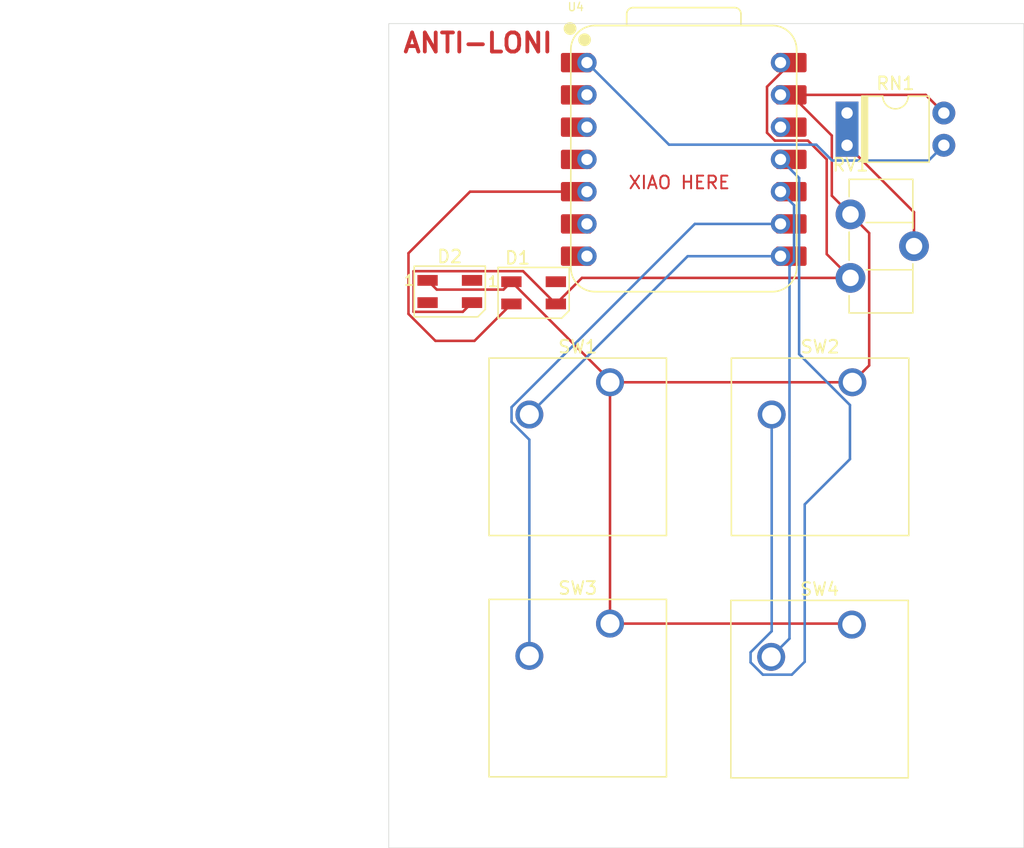
<source format=kicad_pcb>
(kicad_pcb (version 20241229) (generator "pcbnew") (generator_version "9.0")
  (layers (0 "F.Cu" signal) (2 "B.Cu" signal) (13 "F.Paste" user) (15 "B.Paste" user) (5 "F.SilkS" user "F.Silkscreen") (7 "B.SilkS" user "B.Silkscreen") (1 "F.Mask" user) (3 "B.Mask" user) (25 "Edge.Cuts" user))
  (net 0 "")
  (net 1 "+5V")
  (net 3 "Net-(D1-DIN)")
  (net 4 "GND")
  (net 7 "Net-(U1-GPIO1{slash}RX)")
  (net 8 "Net-(U1-GPIO3{slash}MOSI)")
  (net 9 "Net-(U1-GPIO2{slash}SCK)")
  (net 10 "Net-(U1-GPIO4{slash}MISO)")
  (net 15 "Net-(U1-GPIO26{slash}ADC0{slash}A0)")
  (net 18 "Net-(RN1-Pad1)")
  (footprint "Button_Switch_Keyboard:SW_Cherry_MX_1.00u_PCB" (layer "F.Cu") (at 98.96 100.92)
    (property "Reference" "SW4" (at -2.54 -2.794 0) (layer "F.SilkS"))
    (property "Value" "SW_Push")
    (fp_line (start -9.525 -1.905) (end 4.445 -1.905) (stroke (width 0.12)) (layer "F.SilkS"))
    (fp_line (start -9.525 12.065) (end -9.525 -1.905) (stroke (width 0.12)) (layer "F.SilkS"))
    (fp_line (start 4.445 -1.905) (end 4.445 12.065) (stroke (width 0.12)) (layer "F.SilkS"))
    (fp_line (start 4.445 12.065) (end -9.525 12.065) (stroke (width 0.12)) (layer "F.SilkS"))
    (pad "" np_thru_hole circle (at -7.62 5.08) (size 1.7 1.7) (drill 1.7) (layers "*.Cu" "*.Mask"))
    (pad "" np_thru_hole circle (at -2.54 5.08) (size 4 4) (drill 4) (layers "*.Cu" "*.Mask"))
    (pad "" np_thru_hole circle (at 2.54 5.08) (size 1.7 1.7) (drill 1.7) (layers "*.Cu" "*.Mask"))
    (pad "1" thru_hole circle (at 0 0) (size 2.2 2.2) (drill 1.5) (layers "*.Cu" "*.Mask") (net 4 "GND"))
    (pad "2" thru_hole circle (at -6.35 2.54) (size 2.2 2.2) (drill 1.5) (layers "*.Cu" "*.Mask") (net 10 "Net-(U1-GPIO4{slash}MISO)"))
  )
  (footprint "LED_SMD:LED_SK6812MINI_PLCC4_3.5x3.5mm_P1.75mm" (layer "F.Cu") (at 73.906249 74.798999)
    (property "Reference" "D1" (at -1.2625 -2.75 0) (layer "F.SilkS"))
    (property "Value" "SK6812")
    (fp_line (start -2.8 -2) (end -2.8 2) (stroke (width 0.12)) (layer "F.SilkS"))
    (fp_line (start -2.8 -2) (end 2.8 -2) (stroke (width 0.12)) (layer "F.SilkS"))
    (fp_line (start -2.8 2) (end 2.2 2) (stroke (width 0.12)) (layer "F.SilkS"))
    (fp_line (start 2.8 1.4) (end 2.2 2) (stroke (width 0.12)) (layer "F.SilkS"))
    (fp_line (start 2.8 1.4) (end 2.8 -2) (stroke (width 0.12)) (layer "F.SilkS"))
    (fp_text user "1" (at -3.2 -0.875 0) (layer "F.SilkS") (effects (font (size 0.8 0.8))))
    (pad "1" smd rect (at -1.75 -0.875) (size 1.6 0.85) (layers "F.Cu" "F.Mask" "F.Paste") (net 4 "GND"))
    (pad "2" smd rect (at -1.75 0.875) (size 1.6 0.85) (layers "F.Cu" "F.Mask" "F.Paste") (net 3 "Net-(D1-DIN)"))
    (pad "3" smd rect (at 1.75 0.875) (size 1.6 0.85) (layers "F.Cu" "F.Mask" "F.Paste") (net 1 "+5V"))
    (pad "4" smd rect (at 1.75 -0.875) (size 1.6 0.85) (layers "F.Cu" "F.Mask" "F.Paste"))
  )
  (footprint "Package_DIP:Vishay_HVM-DIP-3_W7.62mm" (layer "F.Cu") (at 98.58375 60.6425)
    (property "Reference" "RN1" (at 3.81 -2.33 0) (layer "F.SilkS"))
    (property "Value" "VoltageDivider")
    (fp_line (start 1.16 -1.33) (end 1.16 3.87) (stroke (width 0.12)) (layer "F.SilkS"))
    (fp_line (start 1.16 3.87) (end 6.46 3.87) (stroke (width 0.12)) (layer "F.SilkS"))
    (fp_line (start 1.21 3.87) (end 1.21 -1.33) (stroke (width 0.12)) (layer "F.SilkS"))
    (fp_line (start 1.31 -1.33) (end 1.31 3.87) (stroke (width 0.12)) (layer "F.SilkS"))
    (fp_line (start 1.4 -1.3) (end 1.4 3.8) (stroke (width 0.12)) (layer "F.SilkS"))
    (fp_line (start 1.51 -1.33) (end 1.51 3.87) (stroke (width 0.12)) (layer "F.SilkS"))
    (fp_line (start 1.61 3.87) (end 1.61 -1.33) (stroke (width 0.12)) (layer "F.SilkS"))
    (fp_line (start 2.81 -1.33) (end 1.16 -1.33) (stroke (width 0.12)) (layer "F.SilkS"))
    (fp_line (start 6.46 -1.33) (end 4.81 -1.33) (stroke (width 0.12)) (layer "F.SilkS"))
    (fp_line (start 6.46 3.87) (end 6.46 -1.33) (stroke (width 0.12)) (layer "F.SilkS"))
    (fp_arc (start 4.81 -1.33) (mid 3.81 -0.33) (end 2.81 -1.33) (stroke (width 0.12)) (layer "F.SilkS"))
    (pad "1" thru_hole rect (at 0 0) (size 1.8 1.8) (drill 0.9) (layers "*.Cu" "*.Mask") (net 18 "Net-(RN1-Pad1)"))
    (pad "1" thru_hole rect (at 0 2.54) (size 1.8 2.8) (drill 0.9 (offset 0 -0.5)) (layers "*.Cu" "*.Mask") (net 18 "Net-(RN1-Pad1)"))
    (pad "2" thru_hole oval (at 7.62 2.54) (size 1.8 1.8) (drill 0.9) (layers "*.Cu" "*.Mask") (net 15 "Net-(U1-GPIO26{slash}ADC0{slash}A0)"))
    (pad "3" thru_hole oval (at 7.62 0) (size 1.8 1.8) (drill 0.9) (layers "*.Cu" "*.Mask") (net 4 "GND"))
  )
  (footprint "LED_SMD:LED_SK6812MINI_PLCC4_3.5x3.5mm_P1.75mm" (layer "F.Cu") (at 67.30625 74.69375)
    (property "Reference" "D2" (at 0 -2.75 0) (layer "F.SilkS"))
    (property "Value" "SK6812")
    (fp_line (start -2.8 -2) (end -2.8 2) (stroke (width 0.12)) (layer "F.SilkS"))
    (fp_line (start -2.8 -2) (end 2.8 -2) (stroke (width 0.12)) (layer "F.SilkS"))
    (fp_line (start -2.8 2) (end 2.2 2) (stroke (width 0.12)) (layer "F.SilkS"))
    (fp_line (start 2.8 1.4) (end 2.2 2) (stroke (width 0.12)) (layer "F.SilkS"))
    (fp_line (start 2.8 1.4) (end 2.8 -2) (stroke (width 0.12)) (layer "F.SilkS"))
    (fp_text user "1" (at -3.2 -0.875 0) (layer "F.SilkS") (effects (font (size 0.8 0.8))))
    (pad "1" smd rect (at -1.75 -0.875) (size 1.6 0.85) (layers "F.Cu" "F.Mask" "F.Paste") (net 4 "GND"))
    (pad "2" smd rect (at -1.75 0.875) (size 1.6 0.85) (layers "F.Cu" "F.Mask" "F.Paste"))
    (pad "3" smd rect (at 1.75 0.875) (size 1.6 0.85) (layers "F.Cu" "F.Mask" "F.Paste") (net 1 "+5V"))
    (pad "4" smd rect (at 1.75 -0.875) (size 1.6 0.85) (layers "F.Cu" "F.Mask" "F.Paste"))
  )
  (footprint "OPL lib:XIAO-RP2040-DIP" (layer "F.Cu") (at 85.725 64.29375)
    (property "Reference" "U4" (at -8.5 -12 0) (layer "F.SilkS") (effects (font (size 0.635 0.635) (thickness 0.1016))))
    (property "Value" "XIAO-RP2040-DIP")
    (fp_line (start -8.89 8.509) (end -8.89 -8.636) (stroke (width 0.127)) (layer "F.SilkS"))
    (fp_line (start -6.985 10.414) (end 6.985 10.414) (stroke (width 0.127)) (layer "F.SilkS"))
    (fp_line (start -4.495 -10.541) (end -4.491272 -11.451272) (stroke (width 0.127)) (layer "F.SilkS"))
    (fp_line (start -3.991272 -11.951) (end 4.004 -11.951) (stroke (width 0.127)) (layer "F.SilkS"))
    (fp_line (start 4.504 -11.451) (end 4.504 -10.541) (stroke (width 0.127)) (layer "F.SilkS"))
    (fp_line (start 6.985 -10.541) (end -6.985 -10.541) (stroke (width 0.1)) (layer "F.SilkS"))
    (fp_line (start 6.985 -10.541) (end -6.985 -10.541) (stroke (width 0.127)) (layer "F.SilkS"))
    (fp_line (start 8.89 8.509) (end 8.89 -8.636) (stroke (width 0.127)) (layer "F.SilkS"))
    (fp_arc (start -8.89 -8.636) (mid -8.332038 -9.983038) (end -6.985 -10.541) (stroke (width 0.127)) (layer "F.SilkS"))
    (fp_arc (start -6.985 10.414) (mid -8.332038 9.856038) (end -8.89 8.509) (stroke (width 0.127)) (layer "F.SilkS"))
    (fp_arc (start -4.491272 -11.451272) (mid -4.344728 -11.80464) (end -3.991272 -11.951) (stroke (width 0.127)) (layer "F.SilkS"))
    (fp_arc (start 4.004 -11.951) (mid 4.357553 -11.804553) (end 4.504 -11.451) (stroke (width 0.127)) (layer "F.SilkS"))
    (fp_arc (start 6.985 -10.541) (mid 8.332038 -9.983038) (end 8.89 -8.636) (stroke (width 0.127)) (layer "F.SilkS"))
    (fp_arc (start 8.89 8.509) (mid 8.332038 9.856038) (end 6.985 10.414) (stroke (width 0.127)) (layer "F.SilkS"))
    (fp_circle (center -8.95 -10.3) (end -8.95 -10.554) (stroke (width 0.5)) (fill yes) (layer "F.SilkS"))
    (fp_circle (center -7.807 -9.42) (end -7.807 -9.674) (stroke (width 0.5)) (fill yes) (layer "F.SilkS"))
    (pad "1" smd roundrect (at -8.455 -7.62 180) (size 2.432 1.524) (layers "F.Cu" "F.Mask") (roundrect_rratio 0.1) (net 15 "Net-(U1-GPIO26{slash}ADC0{slash}A0)"))
    (pad "1" thru_hole circle (at -7.62 -7.62 180) (size 1.524 1.524) (drill 0.889) (layers "*.Cu" "*.Mask") (net 15 "Net-(U1-GPIO26{slash}ADC0{slash}A0)"))
    (pad "2" smd roundrect (at -8.455 -5.08 180) (size 2.432 1.524) (layers "F.Cu" "F.Mask") (roundrect_rratio 0.1))
    (pad "2" thru_hole circle (at -7.62 -5.08 180) (size 1.524 1.524) (drill 0.889) (layers "*.Cu" "*.Mask"))
    (pad "3" smd roundrect (at -8.455 -2.54 180) (size 2.432 1.524) (layers "F.Cu" "F.Mask") (roundrect_rratio 0.1))
    (pad "3" thru_hole circle (at -7.62 -2.54 180) (size 1.524 1.524) (drill 0.889) (layers "*.Cu" "*.Mask"))
    (pad "4" smd roundrect (at -8.455 0 180) (size 2.432 1.524) (layers "F.Cu" "F.Mask") (roundrect_rratio 0.1))
    (pad "4" thru_hole circle (at -7.62 0 180) (size 1.524 1.524) (drill 0.889) (layers "*.Cu" "*.Mask"))
    (pad "5" smd roundrect (at -8.455 2.54 180) (size 2.432 1.524) (layers "F.Cu" "F.Mask") (roundrect_rratio 0.1) (net 3 "Net-(D1-DIN)"))
    (pad "5" thru_hole circle (at -7.62 2.54 180) (size 1.524 1.524) (drill 0.889) (layers "*.Cu" "*.Mask") (net 3 "Net-(D1-DIN)"))
    (pad "6" smd roundrect (at -8.455 5.08 180) (size 2.432 1.524) (layers "F.Cu" "F.Mask") (roundrect_rratio 0.1))
    (pad "6" thru_hole circle (at -7.62 5.08 180) (size 1.524 1.524) (drill 0.889) (layers "*.Cu" "*.Mask"))
    (pad "7" smd roundrect (at -8.455 7.62 180) (size 2.432 1.524) (layers "F.Cu" "F.Mask") (roundrect_rratio 0.1))
    (pad "7" thru_hole circle (at -7.62 7.62 180) (size 1.524 1.524) (drill 0.889) (layers "*.Cu" "*.Mask"))
    (pad "8" thru_hole circle (at 7.62 7.62) (size 1.524 1.524) (drill 0.889) (layers "*.Cu" "*.Mask") (net 7 "Net-(U1-GPIO1{slash}RX)"))
    (pad "8" smd roundrect (at 8.455 7.62) (size 2.432 1.524) (layers "F.Cu" "F.Mask") (roundrect_rratio 0.1) (net 7 "Net-(U1-GPIO1{slash}RX)"))
    (pad "9" thru_hole circle (at 7.62 5.08) (size 1.524 1.524) (drill 0.889) (layers "*.Cu" "*.Mask") (net 9 "Net-(U1-GPIO2{slash}SCK)"))
    (pad "9" smd roundrect (at 8.455 5.08) (size 2.432 1.524) (layers "F.Cu" "F.Mask") (roundrect_rratio 0.1) (net 9 "Net-(U1-GPIO2{slash}SCK)"))
    (pad "10" thru_hole circle (at 7.62 2.54) (size 1.524 1.524) (drill 0.889) (layers "*.Cu" "*.Mask") (net 10 "Net-(U1-GPIO4{slash}MISO)"))
    (pad "10" smd roundrect (at 8.455 2.54) (size 2.432 1.524) (layers "F.Cu" "F.Mask") (roundrect_rratio 0.1) (net 10 "Net-(U1-GPIO4{slash}MISO)"))
    (pad "11" thru_hole circle (at 7.62 0) (size 1.524 1.524) (drill 0.889) (layers "*.Cu" "*.Mask") (net 8 "Net-(U1-GPIO3{slash}MOSI)"))
    (pad "11" smd roundrect (at 8.455 0) (size 2.432 1.524) (layers "F.Cu" "F.Mask") (roundrect_rratio 0.1) (net 8 "Net-(U1-GPIO3{slash}MOSI)"))
    (pad "12" thru_hole circle (at 7.62 -2.54) (size 1.524 1.524) (drill 0.889) (layers "*.Cu" "*.Mask"))
    (pad "12" smd roundrect (at 8.455 -2.54) (size 2.432 1.524) (layers "F.Cu" "F.Mask") (roundrect_rratio 0.1))
    (pad "13" thru_hole circle (at 7.62 -5.08) (size 1.524 1.524) (drill 0.889) (layers "*.Cu" "*.Mask") (net 4 "GND"))
    (pad "13" smd roundrect (at 8.455 -5.08) (size 2.432 1.524) (layers "F.Cu" "F.Mask") (roundrect_rratio 0.1) (net 4 "GND"))
    (pad "14" thru_hole circle (at 7.62 -7.62) (size 1.524 1.524) (drill 0.889) (layers "*.Cu" "*.Mask") (net 1 "+5V"))
    (pad "14" smd roundrect (at 8.455 -7.62) (size 2.432 1.524) (layers "F.Cu" "F.Mask") (roundrect_rratio 0.1) (net 1 "+5V"))
  )
  (footprint "Button_Switch_Keyboard:SW_Cherry_MX_1.00u_PCB" (layer "F.Cu") (at 79.92 81.84)
    (property "Reference" "SW1" (at -2.54 -2.794 0) (layer "F.SilkS"))
    (property "Value" "SW_Push")
    (fp_line (start -9.525 -1.905) (end 4.445 -1.905) (stroke (width 0.12)) (layer "F.SilkS"))
    (fp_line (start -9.525 12.065) (end -9.525 -1.905) (stroke (width 0.12)) (layer "F.SilkS"))
    (fp_line (start 4.445 -1.905) (end 4.445 12.065) (stroke (width 0.12)) (layer "F.SilkS"))
    (fp_line (start 4.445 12.065) (end -9.525 12.065) (stroke (width 0.12)) (layer "F.SilkS"))
    (pad "" np_thru_hole circle (at -7.62 5.08) (size 1.7 1.7) (drill 1.7) (layers "*.Cu" "*.Mask"))
    (pad "" np_thru_hole circle (at -2.54 5.08) (size 4 4) (drill 4) (layers "*.Cu" "*.Mask"))
    (pad "" np_thru_hole circle (at 2.54 5.08) (size 1.7 1.7) (drill 1.7) (layers "*.Cu" "*.Mask"))
    (pad "1" thru_hole circle (at 0 0) (size 2.2 2.2) (drill 1.5) (layers "*.Cu" "*.Mask") (net 4 "GND"))
    (pad "2" thru_hole circle (at -6.35 2.54) (size 2.2 2.2) (drill 1.5) (layers "*.Cu" "*.Mask") (net 7 "Net-(U1-GPIO1{slash}RX)"))
  )
  (footprint "Button_Switch_Keyboard:SW_Cherry_MX_1.00u_PCB" (layer "F.Cu") (at 99 81.84)
    (property "Reference" "SW2" (at -2.54 -2.794 0) (layer "F.SilkS"))
    (property "Value" "SW_Push")
    (fp_line (start -9.525 -1.905) (end 4.445 -1.905) (stroke (width 0.12)) (layer "F.SilkS"))
    (fp_line (start -9.525 12.065) (end -9.525 -1.905) (stroke (width 0.12)) (layer "F.SilkS"))
    (fp_line (start 4.445 -1.905) (end 4.445 12.065) (stroke (width 0.12)) (layer "F.SilkS"))
    (fp_line (start 4.445 12.065) (end -9.525 12.065) (stroke (width 0.12)) (layer "F.SilkS"))
    (pad "" np_thru_hole circle (at -7.62 5.08) (size 1.7 1.7) (drill 1.7) (layers "*.Cu" "*.Mask"))
    (pad "" np_thru_hole circle (at -2.54 5.08) (size 4 4) (drill 4) (layers "*.Cu" "*.Mask"))
    (pad "" np_thru_hole circle (at 2.54 5.08) (size 1.7 1.7) (drill 1.7) (layers "*.Cu" "*.Mask"))
    (pad "1" thru_hole circle (at 0 0) (size 2.2 2.2) (drill 1.5) (layers "*.Cu" "*.Mask") (net 4 "GND"))
    (pad "2" thru_hole circle (at -6.35 2.54) (size 2.2 2.2) (drill 1.5) (layers "*.Cu" "*.Mask") (net 8 "Net-(U1-GPIO3{slash}MOSI)"))
  )
  (footprint "Potentiometer_THT:Potentiometer_Piher_PT-10-H05_Horizontal" (layer "F.Cu") (at 98.85375 68.6225)
    (property "Reference" "RV1" (at 0 -3.9 0) (layer "F.SilkS"))
    (property "Value" "R_Potentiometer")
    (fp_line (start -0.11 -2.76) (end 4.91 -2.76) (stroke (width 0.12)) (layer "F.SilkS"))
    (fp_line (start -0.11 -1.396) (end -0.11 -2.76) (stroke (width 0.12)) (layer "F.SilkS"))
    (fp_line (start -0.11 3.604) (end -0.11 1.396) (stroke (width 0.12)) (layer "F.SilkS"))
    (fp_line (start -0.11 3.604) (end -0.11 1.396) (stroke (width 0.12)) (layer "F.SilkS"))
    (fp_line (start -0.11 7.76) (end -0.11 6.396) (stroke (width 0.12)) (layer "F.SilkS"))
    (fp_line (start 1.245 0.64) (end 4.91 0.64) (stroke (width 0.12)) (layer "F.SilkS"))
    (fp_line (start 4.91 -2.76) (end 4.91 1.103) (stroke (width 0.12)) (layer "F.SilkS"))
    (fp_line (start 4.91 0.64) (end 4.91 1.103) (stroke (width 0.12)) (layer "F.SilkS"))
    (fp_line (start 4.91 3.897) (end 4.91 4.36) (stroke (width 0.12)) (layer "F.SilkS"))
    (fp_line (start 4.91 3.897) (end 4.91 7.76) (stroke (width 0.12)) (layer "F.SilkS"))
    (fp_line (start 4.91 4.36) (end 1.245 4.36) (stroke (width 0.12)) (layer "F.SilkS"))
    (fp_line (start 4.91 7.76) (end -0.11 7.76) (stroke (width 0.12)) (layer "F.SilkS"))
    (pad "1" thru_hole circle (at 0 0) (size 2.34 2.34) (drill 1.3) (layers "*.Cu" "*.Mask") (net 4 "GND"))
    (pad "2" thru_hole circle (at 5 2.5) (size 2.34 2.34) (drill 1.3) (layers "*.Cu" "*.Mask") (net 18 "Net-(RN1-Pad1)"))
    (pad "3" thru_hole circle (at 0 5) (size 2.34 2.34) (drill 1.3) (layers "*.Cu" "*.Mask") (net 1 "+5V"))
  )
  (footprint "Button_Switch_Keyboard:SW_Cherry_MX_1.00u_PCB" (layer "F.Cu") (at 79.92 100.84)
    (property "Reference" "SW3" (at -2.54 -2.794 0) (layer "F.SilkS"))
    (property "Value" "SW_Push")
    (fp_line (start -9.525 -1.905) (end 4.445 -1.905) (stroke (width 0.12)) (layer "F.SilkS"))
    (fp_line (start -9.525 12.065) (end -9.525 -1.905) (stroke (width 0.12)) (layer "F.SilkS"))
    (fp_line (start 4.445 -1.905) (end 4.445 12.065) (stroke (width 0.12)) (layer "F.SilkS"))
    (fp_line (start 4.445 12.065) (end -9.525 12.065) (stroke (width 0.12)) (layer "F.SilkS"))
    (pad "" np_thru_hole circle (at -7.62 5.08) (size 1.7 1.7) (drill 1.7) (layers "*.Cu" "*.Mask"))
    (pad "" np_thru_hole circle (at -2.54 5.08) (size 4 4) (drill 4) (layers "*.Cu" "*.Mask"))
    (pad "" np_thru_hole circle (at 2.54 5.08) (size 1.7 1.7) (drill 1.7) (layers "*.Cu" "*.Mask"))
    (pad "1" thru_hole circle (at 0 0) (size 2.2 2.2) (drill 1.5) (layers "*.Cu" "*.Mask") (net 4 "GND"))
    (pad "2" thru_hole circle (at -6.35 2.54) (size 2.2 2.2) (drill 1.5) (layers "*.Cu" "*.Mask") (net 9 "Net-(U1-GPIO2{slash}SCK)"))
  )
  (gr_rect (start 62.5 53.6) (end 112.5 118.5) (stroke (width 0.05)) (fill no) (layer "Edge.Cuts"))
  (gr_text "XIAO HERE" (at 81.3 66.7 0) (layer "F.Cu") (effects (font (size 1 1)) (justify left bottom)))
  (gr_text "ANTI-LONI\n" (at 63.5 56 0) (layer "F.Cu") (effects (font (size 1.5 1.5) (thickness 0.3) (bold yes)) (justify left bottom)))
  (segment (start 75.656249 75.673999) (end 73.075 73.09275) (width 0.2) (layer "F.Cu") (net 1))
  (segment (start 94.42263 56.67375) (end 93.345 56.67375) (width 0.2) (layer "F.Cu") (net 1))
  (segment (start 92.90469 62.81675) (end 95.50475 62.81675) (width 0.2) (layer "F.Cu") (net 1))
  (segment (start 96.98175 71.7505) (end 98.85375 73.6225) (width 0.2) (layer "F.Cu") (net 1))
  (segment (start 98.85375 73.6225) (end 77.707748 73.6225) (width 0.2) (layer "F.Cu") (net 1))
  (segment (start 77.707748 73.6225) (end 75.656249 75.673999) (width 0.2) (layer "F.Cu") (net 1))
  (segment (start 64.45525 73.09275) (end 64.45525 76.29475) (width 0.2) (layer "F.Cu") (net 1))
  (segment (start 96.98175 64.29375) (end 96.98175 71.7505) (width 0.2) (layer "F.Cu") (net 1))
  (segment (start 95.50475 62.81675) (end 96.98175 64.29375) (width 0.2) (layer "F.Cu") (net 1))
  (segment (start 68.33025 76.29475) (end 69.05625 75.56875) (width 0.2) (layer "F.Cu") (net 1))
  (segment (start 92.282 62.19406) (end 92.90469 62.81675) (width 0.2) (layer "F.Cu") (net 1))
  (segment (start 94.18 56.67375) (end 92.282 58.57175) (width 0.2) (layer "F.Cu") (net 1))
  (segment (start 92.282 58.57175) (end 92.282 62.19406) (width 0.2) (layer "F.Cu") (net 1))
  (segment (start 73.075 73.09275) (end 64.45525 73.09275) (width 0.2) (layer "F.Cu") (net 1))
  (segment (start 64.45525 76.29475) (end 68.33025 76.29475) (width 0.2) (layer "F.Cu") (net 1))
  (segment (start 69.248998 78.58125) (end 66.17465 78.58125) (width 0.2) (layer "F.Cu") (net 3))
  (segment (start 68.8975 66.83375) (end 78.105 66.83375) (width 0.2) (layer "F.Cu") (net 3))
  (segment (start 72.156249 75.673999) (end 69.248998 78.58125) (width 0.2) (layer "F.Cu") (net 3))
  (segment (start 64.05425 71.677) (end 68.8975 66.83375) (width 0.2) (layer "F.Cu") (net 3))
  (segment (start 64.05425 76.46085) (end 64.05425 71.677) (width 0.2) (layer "F.Cu") (net 3))
  (segment (start 66.17465 78.58125) (end 64.05425 76.46085) (width 0.2) (layer "F.Cu") (net 3))
  (segment (start 99 81.84) (end 100.32475 80.51525) (width 0.2) (layer "F.Cu") (net 4))
  (segment (start 93.345 59.21375) (end 104.775 59.21375) (width 0.2) (layer "F.Cu") (net 4))
  (segment (start 71.535498 74.54475) (end 66.28225 74.54475) (width 0.2) (layer "F.Cu") (net 4))
  (segment (start 100.32475 70.0935) (end 98.85375 68.6225) (width 0.2) (layer "F.Cu") (net 4))
  (segment (start 98.85375 68.6225) (end 97.38275 67.1515) (width 0.2) (layer "F.Cu") (net 4))
  (segment (start 66.28225 74.54475) (end 65.55625 73.81875) (width 0.2) (layer "F.Cu") (net 4))
  (segment (start 79.92 81.84) (end 99 81.84) (width 0.2) (layer "F.Cu") (net 4))
  (segment (start 100.32475 80.51525) (end 100.32475 70.0935) (width 0.2) (layer "F.Cu") (net 4))
  (segment (start 72.156249 73.923999) (end 71.535498 74.54475) (width 0.2) (layer "F.Cu") (net 4))
  (segment (start 97.38275 67.1515) (end 97.38275 62.4165) (width 0.2) (layer "F.Cu") (net 4))
  (segment (start 79.92 81.84) (end 79.92 81.68775) (width 0.2) (layer "F.Cu") (net 4))
  (segment (start 79.92 100.84) (end 98.88 100.84) (width 0.2) (layer "F.Cu") (net 4))
  (segment (start 98.88 100.84) (end 98.96 100.92) (width 0.2) (layer "F.Cu") (net 4))
  (segment (start 79.92 81.84) (end 79.92 100.84) (width 0.2) (layer "F.Cu") (net 4))
  (segment (start 79.92 81.68775) (end 72.156249 73.923999) (width 0.2) (layer "F.Cu") (net 4))
  (segment (start 104.775 59.21375) (end 106.20375 60.6425) (width 0.2) (layer "F.Cu") (net 4))
  (segment (start 97.38275 62.4165) (end 94.18 59.21375) (width 0.2) (layer "F.Cu") (net 4))
  (segment (start 94.18 71.91375) (end 93.345 71.91375) (width 0.2) (layer "F.Cu") (net 7))
  (segment (start 86.03625 71.91375) (end 93.345 71.91375) (width 0.2) (layer "B.Cu") (net 7))
  (segment (start 73.57 84.38) (end 86.03625 71.91375) (width 0.2) (layer "B.Cu") (net 7))
  (segment (start 90.988156 103.10053) (end 90.988156 103.892972) (width 0.2) (layer "B.Cu") (net 8))
  (segment (start 98.811 83.632314) (end 94.809 79.630314) (width 0.2) (layer "B.Cu") (net 8))
  (segment (start 98.811 87.893816) (end 98.811 83.632314) (width 0.2) (layer "B.Cu") (net 8))
  (segment (start 94.809 79.630314) (end 94.809 65.75775) (width 0.2) (layer "B.Cu") (net 8))
  (segment (start 92.65 101.438686) (end 90.988156 103.10053) (width 0.2) (layer "B.Cu") (net 8))
  (segment (start 92.65 84.38) (end 92.65 101.438686) (width 0.2) (layer "B.Cu") (net 8))
  (segment (start 95.25 91.454816) (end 98.811 87.893816) (width 0.2) (layer "B.Cu") (net 8))
  (segment (start 94.809 65.75775) (end 93.345 64.29375) (width 0.2) (layer "B.Cu") (net 8))
  (segment (start 94.234184 104.861) (end 95.25 103.845184) (width 0.2) (layer "B.Cu") (net 8))
  (segment (start 90.988156 103.892972) (end 91.956184 104.861) (width 0.2) (layer "B.Cu") (net 8))
  (segment (start 91.956184 104.861) (end 94.234184 104.861) (width 0.2) (layer "B.Cu") (net 8))
  (segment (start 95.25 103.845184) (end 95.25 91.454816) (width 0.2) (layer "B.Cu") (net 8))
  (segment (start 73.57 103.38) (end 73.57 86.361314) (width 0.2) (layer "B.Cu") (net 9))
  (segment (start 72.169 84.960314) (end 72.169 83.799686) (width 0.2) (layer "B.Cu") (net 9))
  (segment (start 72.169 83.799686) (end 86.594936 69.37375) (width 0.2) (layer "B.Cu") (net 9))
  (segment (start 86.594936 69.37375) (end 93.345 69.37375) (width 0.2) (layer "B.Cu") (net 9))
  (segment (start 73.57 86.361314) (end 72.169 84.960314) (width 0.2) (layer "B.Cu") (net 9))
  (segment (start 94.408 72.35406) (end 94.408 67.89675) (width 0.2) (layer "B.Cu") (net 10))
  (segment (start 94.051 102.019) (end 94.051 72.71106) (width 0.2) (layer "B.Cu") (net 10))
  (segment (start 92.61 103.46) (end 94.051 102.019) (width 0.2) (layer "B.Cu") (net 10))
  (segment (start 94.051 72.71106) (end 94.408 72.35406) (width 0.2) (layer "B.Cu") (net 10))
  (segment (start 94.408 67.89675) (end 93.345 66.83375) (width 0.2) (layer "B.Cu") (net 10))
  (segment (start 78.105 56.67375) (end 84.5655 63.13425) (width 0.2) (layer "B.Cu") (net 15))
  (segment (start 105.00275 64.3835) (end 106.20375 63.1825) (width 0.2) (layer "B.Cu") (net 15))
  (segment (start 96.161 63.13425) (end 97.41025 64.3835) (width 0.2) (layer "B.Cu") (net 15))
  (segment (start 84.5655 63.13425) (end 96.161 63.13425) (width 0.2) (layer "B.Cu") (net 15))
  (segment (start 97.41025 64.3835) (end 105.00275 64.3835) (width 0.2) (layer "B.Cu") (net 15))
  (segment (start 98.58375 63.1825) (end 98.58375 60.6425) (width 0.2) (layer "F.Cu") (net 18))
  (segment (start 103.85375 68.4525) (end 98.58375 63.1825) (width 0.2) (layer "F.Cu") (net 18))
  (segment (start 103.85375 71.1225) (end 103.85375 68.4525) (width 0.2) (layer "F.Cu") (net 18))
)
</source>
